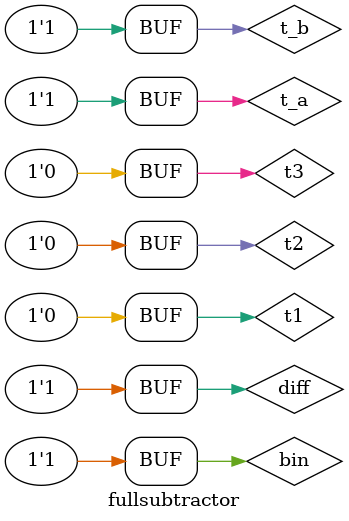
<source format=v>
module fullsubtractor;
reg t_a,t_b,bin;
wire diff,bout,t1,t2,t3,t4,notb,nota;
xor(t1,t_a,t_b);
xor(diff,t1,bin);
xor(t2,t_b,bin);
not(notb,_b);
and(t3,t2,_a);
and(t4,notb,bin);
or(bout,t4,t5);

initial
begin
$monitor ("a: %b b:%b b_in:%b diff:%b bout:%b",t_a,t_b,bin,diff,bout);
t_a=1'b0;
t_b=1'b0;
bin=1'b0;
#10
t_a=1'b0;
t_b=1'b1;
bin=1'b1;
#10
t_a=1'b1;
t_b=1'b0;
bin=1'b0;
#10
t_a=1'b1;
t_b=1'b1;
bin=1'b1;
end
endmodule
</source>
